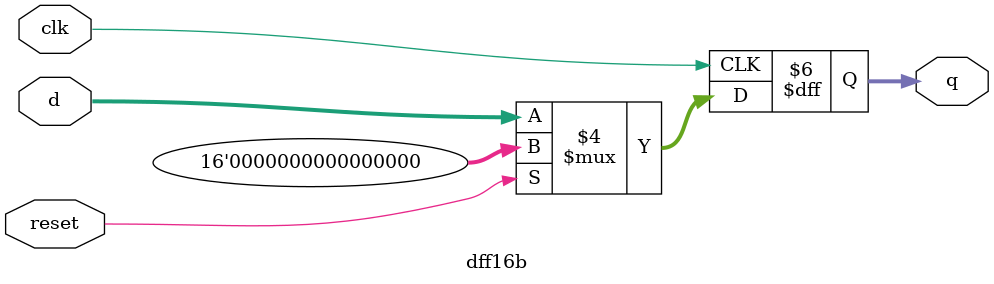
<source format=v>
`timescale 1ns / 1ps
module dff16b(clk,d,reset,q);
input[15:0] d;
input clk,reset;
output[15:0] q;
reg[15:0] q;
always@(posedge clk)
begin
if(reset==1'b1)
	q<=0;
else
	q<=d;
end
endmodule 
</source>
